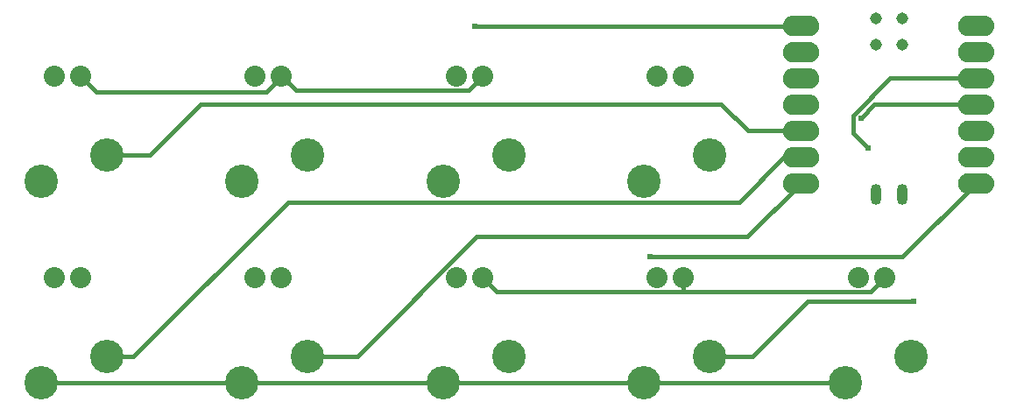
<source format=gtl>
G04 Layer: TopLayer*
G04 EasyEDA v6.5.34, 2023-09-07 19:38:45*
G04 9ee9bf4eaa3c4749808be0ecbaf77966,1ae14fa7f5aa486887b2aa5280da83c0,10*
G04 Gerber Generator version 0.2*
G04 Scale: 100 percent, Rotated: No, Reflected: No *
G04 Dimensions in millimeters *
G04 leading zeros omitted , absolute positions ,4 integer and 5 decimal *
%FSLAX45Y45*%
%MOMM*%

%ADD10C,0.4000*%
%ADD11O,1.016X2.032*%
%ADD12C,1.1430*%
%ADD13C,2.0320*%
%ADD14C,3.2258*%
%ADD15C,0.6100*%
%ADD16C,0.0194*%

%LPD*%
D10*
X4015740Y9964165D02*
G01*
X4166209Y9813696D01*
X5808370Y9813696D01*
X5958840Y9964165D01*
X9845040Y7883397D02*
G01*
X9845040Y8021065D01*
X11788140Y8021065D02*
G01*
X11650472Y7883397D01*
X9845040Y7883397D01*
X9845040Y7883397D02*
G01*
X8039608Y7883397D01*
X7901940Y8021065D01*
X7901940Y9964165D02*
G01*
X7764957Y9827183D01*
X6095822Y9827183D01*
X5958840Y9964165D01*
X11627586Y9269552D02*
G01*
X11483720Y9413417D01*
X11483720Y9586645D01*
X11843131Y9946055D01*
X12672034Y9946055D01*
X3634740Y7005065D02*
G01*
X5577840Y7005065D01*
X11407140Y7005065D02*
G01*
X9464040Y7005065D01*
X9464040Y7005065D02*
G01*
X7520940Y7005065D01*
X7520940Y7005065D02*
G01*
X5577840Y7005065D01*
X7830616Y10453624D02*
G01*
X10980445Y10453624D01*
X10980420Y9184055D02*
G01*
X10817123Y9184055D01*
X10384561Y8751493D01*
X6020765Y8751493D01*
X4528337Y7259065D01*
X4269740Y7259065D01*
X4269740Y9202165D02*
G01*
X4684268Y9202165D01*
X5178196Y9696094D01*
X10207396Y9696094D01*
X10465434Y9438055D01*
X10980420Y9438055D01*
X11557609Y9563404D02*
G01*
X11686260Y9692055D01*
X12672034Y9692055D01*
X10099040Y7259065D02*
G01*
X10513568Y7259065D01*
X11044986Y7790484D01*
X12070486Y7790484D01*
X9521063Y8218525D02*
G01*
X11961495Y8218525D01*
X12672034Y8929065D01*
X6212840Y7259065D02*
G01*
X6692290Y7259065D01*
X7846466Y8413242D01*
X10463606Y8413242D01*
X10980420Y8930055D01*
D11*
G01*
X11704700Y8821839D03*
G01*
X11959691Y8821839D03*
D12*
G01*
X11704574Y10522242D03*
G01*
X11704574Y10268242D03*
G01*
X11958574Y10268242D03*
G01*
X11958574Y10522242D03*
G36*
X12596987Y10353662D02*
G01*
X12592006Y10353786D01*
X12587036Y10354160D01*
X12582090Y10354779D01*
X12577183Y10355643D01*
X12572324Y10356753D01*
X12567526Y10358102D01*
X12562804Y10359689D01*
X12558163Y10361510D01*
X12553622Y10363560D01*
X12549187Y10365833D01*
X12544872Y10368325D01*
X12540683Y10371030D01*
X12536637Y10373939D01*
X12532740Y10377045D01*
X12529004Y10380342D01*
X12525438Y10383822D01*
X12522047Y10387477D01*
X12518844Y10391294D01*
X12515834Y10395267D01*
X12513028Y10399384D01*
X12510429Y10403636D01*
X12508047Y10408013D01*
X12505883Y10412503D01*
X12503947Y10417096D01*
X12502243Y10421780D01*
X12500775Y10426539D01*
X12499545Y10431371D01*
X12498557Y10436255D01*
X12497813Y10441183D01*
X12497318Y10446141D01*
X12497069Y10451119D01*
X12497069Y10456103D01*
X12497318Y10461081D01*
X12497813Y10466039D01*
X12498557Y10470967D01*
X12499545Y10475851D01*
X12500775Y10480682D01*
X12502243Y10485442D01*
X12503947Y10490126D01*
X12505883Y10494718D01*
X12508047Y10499209D01*
X12510429Y10503585D01*
X12513028Y10507837D01*
X12515834Y10511955D01*
X12518844Y10515927D01*
X12522047Y10519745D01*
X12525438Y10523400D01*
X12529004Y10526880D01*
X12532740Y10530177D01*
X12536637Y10533283D01*
X12540683Y10536191D01*
X12544872Y10538896D01*
X12549187Y10541388D01*
X12553622Y10543661D01*
X12558163Y10545711D01*
X12562804Y10547532D01*
X12567526Y10549120D01*
X12572324Y10550469D01*
X12577183Y10551579D01*
X12582090Y10552442D01*
X12587036Y10553062D01*
X12592006Y10553435D01*
X12596987Y10553560D01*
X12747091Y10553560D01*
X12752072Y10553435D01*
X12757043Y10553062D01*
X12761988Y10552442D01*
X12766895Y10551579D01*
X12771754Y10550469D01*
X12776553Y10549120D01*
X12781274Y10547532D01*
X12785915Y10545711D01*
X12790457Y10543661D01*
X12794891Y10541388D01*
X12799207Y10538896D01*
X12803395Y10536191D01*
X12807441Y10533283D01*
X12811338Y10530177D01*
X12815074Y10526880D01*
X12818640Y10523400D01*
X12822031Y10519745D01*
X12825234Y10515927D01*
X12828244Y10511955D01*
X12831051Y10507837D01*
X12833649Y10503585D01*
X12836032Y10499209D01*
X12838196Y10494718D01*
X12840131Y10490126D01*
X12841836Y10485442D01*
X12843304Y10480682D01*
X12844533Y10475851D01*
X12845521Y10470967D01*
X12846265Y10466039D01*
X12846761Y10461081D01*
X12847010Y10456103D01*
X12847010Y10451119D01*
X12846761Y10446141D01*
X12846265Y10441183D01*
X12845521Y10436255D01*
X12844533Y10431371D01*
X12843304Y10426539D01*
X12841836Y10421780D01*
X12840131Y10417096D01*
X12838196Y10412503D01*
X12836032Y10408013D01*
X12833649Y10403636D01*
X12831051Y10399384D01*
X12828244Y10395267D01*
X12825234Y10391294D01*
X12822031Y10387477D01*
X12818640Y10383822D01*
X12815074Y10380342D01*
X12811338Y10377045D01*
X12807441Y10373939D01*
X12803395Y10371030D01*
X12799207Y10368325D01*
X12794891Y10365833D01*
X12790457Y10363560D01*
X12785915Y10361510D01*
X12781274Y10359689D01*
X12776553Y10358102D01*
X12771754Y10356753D01*
X12766895Y10355643D01*
X12761988Y10354779D01*
X12757043Y10354160D01*
X12752072Y10353786D01*
X12747091Y10353662D01*
G37*
G36*
X10905388Y10353662D02*
G01*
X10900407Y10353786D01*
X10895436Y10354160D01*
X10890491Y10354779D01*
X10885584Y10355643D01*
X10880725Y10356753D01*
X10875926Y10358102D01*
X10871205Y10359689D01*
X10866564Y10361510D01*
X10862022Y10363560D01*
X10857588Y10365833D01*
X10853272Y10368325D01*
X10849084Y10371030D01*
X10845038Y10373939D01*
X10841141Y10377045D01*
X10837405Y10380342D01*
X10833839Y10383822D01*
X10830448Y10387477D01*
X10827245Y10391294D01*
X10824235Y10395267D01*
X10821428Y10399384D01*
X10818830Y10403636D01*
X10816447Y10408013D01*
X10814283Y10412503D01*
X10812348Y10417096D01*
X10810643Y10421780D01*
X10809175Y10426539D01*
X10807946Y10431371D01*
X10806958Y10436255D01*
X10806214Y10441183D01*
X10805718Y10446141D01*
X10805469Y10451119D01*
X10805469Y10456103D01*
X10805718Y10461081D01*
X10806214Y10466039D01*
X10806958Y10470967D01*
X10807946Y10475851D01*
X10809175Y10480682D01*
X10810643Y10485442D01*
X10812348Y10490126D01*
X10814283Y10494718D01*
X10816447Y10499209D01*
X10818830Y10503585D01*
X10821428Y10507837D01*
X10824235Y10511955D01*
X10827245Y10515927D01*
X10830448Y10519745D01*
X10833839Y10523400D01*
X10837405Y10526880D01*
X10841141Y10530177D01*
X10845038Y10533283D01*
X10849084Y10536191D01*
X10853272Y10538896D01*
X10857588Y10541388D01*
X10862022Y10543661D01*
X10866564Y10545711D01*
X10871205Y10547532D01*
X10875926Y10549120D01*
X10880725Y10550469D01*
X10885584Y10551579D01*
X10890491Y10552442D01*
X10895436Y10553062D01*
X10900407Y10553435D01*
X10905388Y10553560D01*
X11055492Y10553560D01*
X11060473Y10553435D01*
X11065443Y10553062D01*
X11070389Y10552442D01*
X11075296Y10551579D01*
X11080155Y10550469D01*
X11084953Y10549120D01*
X11089675Y10547532D01*
X11094316Y10545711D01*
X11098857Y10543661D01*
X11103292Y10541388D01*
X11107607Y10538896D01*
X11111796Y10536191D01*
X11115842Y10533283D01*
X11119738Y10530177D01*
X11123475Y10526880D01*
X11127041Y10523400D01*
X11130432Y10519745D01*
X11133635Y10515927D01*
X11136645Y10511955D01*
X11139451Y10507837D01*
X11142050Y10503585D01*
X11144432Y10499209D01*
X11146596Y10494718D01*
X11148532Y10490126D01*
X11150236Y10485442D01*
X11151704Y10480682D01*
X11152934Y10475851D01*
X11153922Y10470967D01*
X11154666Y10466039D01*
X11155161Y10461081D01*
X11155410Y10456103D01*
X11155410Y10451119D01*
X11155161Y10446141D01*
X11154666Y10441183D01*
X11153922Y10436255D01*
X11152934Y10431371D01*
X11151704Y10426539D01*
X11150236Y10421780D01*
X11148532Y10417096D01*
X11146596Y10412503D01*
X11144432Y10408013D01*
X11142050Y10403636D01*
X11139451Y10399384D01*
X11136645Y10395267D01*
X11133635Y10391294D01*
X11130432Y10387477D01*
X11127041Y10383822D01*
X11123475Y10380342D01*
X11119738Y10377045D01*
X11115842Y10373939D01*
X11111796Y10371030D01*
X11107607Y10368325D01*
X11103292Y10365833D01*
X11098857Y10363560D01*
X11094316Y10361510D01*
X11089675Y10359689D01*
X11084953Y10358102D01*
X11080155Y10356753D01*
X11075296Y10355643D01*
X11070389Y10354779D01*
X11065443Y10354160D01*
X11060473Y10353786D01*
X11055492Y10353662D01*
G37*
G36*
X10905370Y10099090D02*
G01*
X10900392Y10099210D01*
X10895418Y10099598D01*
X10890473Y10100198D01*
X10885568Y10101071D01*
X10880707Y10102179D01*
X10875911Y10103533D01*
X10871189Y10105120D01*
X10866546Y10106936D01*
X10862007Y10108986D01*
X10857570Y10111259D01*
X10853252Y10113749D01*
X10849066Y10116461D01*
X10845017Y10119362D01*
X10841123Y10122468D01*
X10837390Y10125781D01*
X10833818Y10129253D01*
X10830427Y10132913D01*
X10827230Y10136728D01*
X10824215Y10140690D01*
X10821410Y10144808D01*
X10818812Y10149062D01*
X10816432Y10153436D01*
X10814268Y10157924D01*
X10812330Y10162522D01*
X10810623Y10167203D01*
X10809155Y10171965D01*
X10807928Y10176791D01*
X10806940Y10181686D01*
X10806198Y10186609D01*
X10805701Y10191559D01*
X10805449Y10196550D01*
X10805449Y10201523D01*
X10805701Y10206509D01*
X10806198Y10211460D01*
X10806940Y10216393D01*
X10807928Y10221282D01*
X10809155Y10226113D01*
X10810623Y10230876D01*
X10812330Y10235552D01*
X10814268Y10240144D01*
X10816432Y10244637D01*
X10818812Y10249011D01*
X10821410Y10253266D01*
X10824215Y10257383D01*
X10827230Y10261358D01*
X10830427Y10265178D01*
X10833818Y10268826D01*
X10837390Y10272311D01*
X10841123Y10275605D01*
X10845017Y10278711D01*
X10849066Y10281612D01*
X10853252Y10284325D01*
X10857570Y10286809D01*
X10862007Y10289087D01*
X10866546Y10291137D01*
X10871189Y10292953D01*
X10875911Y10294541D01*
X10880707Y10295895D01*
X10885568Y10297002D01*
X10890473Y10297871D01*
X10895418Y10298493D01*
X10900392Y10298864D01*
X10905370Y10298988D01*
X11055477Y10298988D01*
X11060455Y10298864D01*
X11065423Y10298493D01*
X11070369Y10297871D01*
X11075278Y10297002D01*
X11080140Y10295895D01*
X11084935Y10294541D01*
X11089657Y10292953D01*
X11094295Y10291137D01*
X11098847Y10289087D01*
X11103272Y10286809D01*
X11107590Y10284325D01*
X11111781Y10281612D01*
X11115824Y10278711D01*
X11119718Y10275605D01*
X11123465Y10272311D01*
X11127021Y10268826D01*
X11130414Y10265178D01*
X11133617Y10261358D01*
X11136627Y10257383D01*
X11139436Y10253266D01*
X11142035Y10249011D01*
X11144415Y10244637D01*
X11146579Y10240144D01*
X11148517Y10235552D01*
X11150224Y10230876D01*
X11151684Y10226113D01*
X11152919Y10221282D01*
X11153907Y10216393D01*
X11154648Y10211460D01*
X11155146Y10206509D01*
X11155390Y10201523D01*
X11155390Y10196550D01*
X11155146Y10191559D01*
X11154648Y10186609D01*
X11153907Y10181686D01*
X11152919Y10176791D01*
X11151684Y10171965D01*
X11150224Y10167203D01*
X11148517Y10162522D01*
X11146579Y10157924D01*
X11144415Y10153436D01*
X11142035Y10149062D01*
X11139436Y10144808D01*
X11136627Y10140690D01*
X11133617Y10136728D01*
X11130414Y10132913D01*
X11127021Y10129253D01*
X11123465Y10125781D01*
X11119718Y10122468D01*
X11115824Y10119362D01*
X11111781Y10116461D01*
X11107590Y10113749D01*
X11103272Y10111259D01*
X11098847Y10108986D01*
X11094295Y10106936D01*
X11089657Y10105120D01*
X11084935Y10103533D01*
X11080140Y10102179D01*
X11075278Y10101071D01*
X11070369Y10100198D01*
X11065423Y10099598D01*
X11060455Y10099210D01*
X11055477Y10099090D01*
G37*
G36*
X10905370Y9846091D02*
G01*
X10900387Y9846210D01*
X10895416Y9846599D01*
X10890468Y9847199D01*
X10885566Y9848072D01*
X10880707Y9849180D01*
X10875906Y9850534D01*
X10871187Y9852121D01*
X10866541Y9853937D01*
X10862005Y9855987D01*
X10857567Y9858260D01*
X10853247Y9860749D01*
X10849061Y9863462D01*
X10845012Y9866363D01*
X10841118Y9869469D01*
X10837387Y9872781D01*
X10833818Y9876254D01*
X10830422Y9879914D01*
X10827224Y9883729D01*
X10824209Y9887691D01*
X10821405Y9891809D01*
X10818807Y9896063D01*
X10816429Y9900437D01*
X10814265Y9904925D01*
X10812330Y9909522D01*
X10810618Y9914204D01*
X10809155Y9918966D01*
X10807923Y9923792D01*
X10806935Y9928687D01*
X10806193Y9933609D01*
X10805701Y9938560D01*
X10805449Y9943551D01*
X10805449Y9948524D01*
X10805701Y9953510D01*
X10806193Y9958461D01*
X10806935Y9963393D01*
X10807923Y9968283D01*
X10809155Y9973114D01*
X10810618Y9977876D01*
X10812330Y9982553D01*
X10814265Y9987145D01*
X10816429Y9991638D01*
X10818807Y9996012D01*
X10821405Y10000267D01*
X10824209Y10004384D01*
X10827224Y10008359D01*
X10830422Y10012179D01*
X10833818Y10015827D01*
X10837387Y10019311D01*
X10841118Y10022606D01*
X10845012Y10025712D01*
X10849061Y10028613D01*
X10853247Y10031326D01*
X10857567Y10033810D01*
X10862005Y10036088D01*
X10866541Y10038138D01*
X10871187Y10039954D01*
X10875906Y10041542D01*
X10880707Y10042895D01*
X10885566Y10044003D01*
X10890468Y10044871D01*
X10895416Y10045494D01*
X10900387Y10045865D01*
X10905370Y10045989D01*
X11055474Y10045989D01*
X11060450Y10045865D01*
X11065418Y10045494D01*
X11070363Y10044871D01*
X11075278Y10044003D01*
X11080137Y10042895D01*
X11084930Y10041542D01*
X11089657Y10039954D01*
X11094290Y10038138D01*
X11098844Y10036088D01*
X11103267Y10033810D01*
X11107587Y10031326D01*
X11111776Y10028613D01*
X11115822Y10025712D01*
X11119713Y10022606D01*
X11123462Y10019311D01*
X11127021Y10015827D01*
X11130412Y10012179D01*
X11133612Y10008359D01*
X11136622Y10004384D01*
X11139431Y10000267D01*
X11142030Y9996012D01*
X11144415Y9991638D01*
X11146579Y9987145D01*
X11148514Y9982553D01*
X11150221Y9977876D01*
X11151684Y9973114D01*
X11152913Y9968283D01*
X11153902Y9963393D01*
X11154643Y9958461D01*
X11155144Y9953510D01*
X11155390Y9948524D01*
X11155390Y9943551D01*
X11155144Y9938560D01*
X11154643Y9933609D01*
X11153902Y9928687D01*
X11152913Y9923792D01*
X11151684Y9918966D01*
X11150221Y9914204D01*
X11148514Y9909522D01*
X11146579Y9904925D01*
X11144415Y9900437D01*
X11142030Y9896063D01*
X11139431Y9891809D01*
X11136622Y9887691D01*
X11133612Y9883729D01*
X11130412Y9879914D01*
X11127021Y9876254D01*
X11123462Y9872781D01*
X11119713Y9869469D01*
X11115822Y9866363D01*
X11111776Y9863462D01*
X11107587Y9860749D01*
X11103267Y9858260D01*
X11098844Y9855987D01*
X11094290Y9853937D01*
X11089657Y9852121D01*
X11084930Y9850534D01*
X11080137Y9849180D01*
X11075278Y9848072D01*
X11070363Y9847199D01*
X11065418Y9846599D01*
X11060450Y9846210D01*
X11055474Y9846091D01*
G37*
G36*
X10905370Y9592089D02*
G01*
X10900392Y9592210D01*
X10895416Y9592599D01*
X10890470Y9593199D01*
X10885566Y9594072D01*
X10880707Y9595180D01*
X10875911Y9596534D01*
X10871187Y9598121D01*
X10866544Y9599935D01*
X10862005Y9601987D01*
X10857567Y9604258D01*
X10853252Y9606749D01*
X10849066Y9609460D01*
X10845017Y9612363D01*
X10841121Y9615469D01*
X10837387Y9618781D01*
X10833818Y9622251D01*
X10830427Y9625914D01*
X10827230Y9629726D01*
X10824215Y9633691D01*
X10821410Y9637809D01*
X10818812Y9642060D01*
X10816429Y9646437D01*
X10814265Y9650925D01*
X10812330Y9655520D01*
X10810623Y9660204D01*
X10809155Y9664966D01*
X10807928Y9669792D01*
X10806940Y9674684D01*
X10806196Y9679607D01*
X10805701Y9684560D01*
X10805449Y9689551D01*
X10805449Y9694524D01*
X10805701Y9699508D01*
X10806196Y9704461D01*
X10806940Y9709393D01*
X10807928Y9714280D01*
X10809155Y9719111D01*
X10810623Y9723874D01*
X10812330Y9728553D01*
X10814265Y9733142D01*
X10816429Y9737638D01*
X10818812Y9742012D01*
X10821410Y9746267D01*
X10824215Y9750384D01*
X10827230Y9754356D01*
X10830427Y9758177D01*
X10833818Y9761827D01*
X10837387Y9765309D01*
X10841121Y9768606D01*
X10845017Y9771712D01*
X10849066Y9774613D01*
X10853252Y9777326D01*
X10857567Y9779810D01*
X10862005Y9782088D01*
X10866544Y9784138D01*
X10871187Y9785954D01*
X10875911Y9787542D01*
X10880707Y9788893D01*
X10885566Y9790003D01*
X10890470Y9790869D01*
X10895416Y9791491D01*
X10900392Y9791865D01*
X10905370Y9791989D01*
X11055474Y9791989D01*
X11060455Y9791865D01*
X11065423Y9791491D01*
X11070369Y9790869D01*
X11075278Y9790003D01*
X11080137Y9788893D01*
X11084935Y9787542D01*
X11089657Y9785954D01*
X11094293Y9784138D01*
X11098844Y9782088D01*
X11103272Y9779810D01*
X11107587Y9777326D01*
X11111778Y9774613D01*
X11115822Y9771712D01*
X11119716Y9768606D01*
X11123462Y9765309D01*
X11127021Y9761827D01*
X11130412Y9758177D01*
X11133617Y9754356D01*
X11136624Y9750384D01*
X11139436Y9746267D01*
X11142032Y9742012D01*
X11144415Y9737638D01*
X11146579Y9733142D01*
X11148514Y9728553D01*
X11150221Y9723874D01*
X11151684Y9719111D01*
X11152919Y9714280D01*
X11153904Y9709393D01*
X11154648Y9704461D01*
X11155144Y9699508D01*
X11155390Y9694524D01*
X11155390Y9689551D01*
X11155144Y9684560D01*
X11154648Y9679607D01*
X11153904Y9674684D01*
X11152919Y9669792D01*
X11151684Y9664966D01*
X11150221Y9660204D01*
X11148514Y9655520D01*
X11146579Y9650925D01*
X11144415Y9646437D01*
X11142032Y9642060D01*
X11139436Y9637809D01*
X11136624Y9633691D01*
X11133617Y9629726D01*
X11130412Y9625914D01*
X11127021Y9622251D01*
X11123462Y9618781D01*
X11119716Y9615469D01*
X11115822Y9612363D01*
X11111778Y9609460D01*
X11107587Y9606749D01*
X11103272Y9604258D01*
X11098844Y9601987D01*
X11094293Y9599935D01*
X11089657Y9598121D01*
X11084935Y9596534D01*
X11080137Y9595180D01*
X11075278Y9594072D01*
X11070369Y9593199D01*
X11065423Y9592599D01*
X11060455Y9592210D01*
X11055474Y9592089D01*
G37*
G36*
X10905365Y9338091D02*
G01*
X10900387Y9338210D01*
X10895411Y9338599D01*
X10890465Y9339199D01*
X10885561Y9340072D01*
X10880702Y9341180D01*
X10875906Y9342534D01*
X10871182Y9344121D01*
X10866539Y9345937D01*
X10862000Y9347987D01*
X10857562Y9350260D01*
X10853247Y9352749D01*
X10849061Y9355462D01*
X10845012Y9358363D01*
X10841116Y9361469D01*
X10837382Y9364781D01*
X10833813Y9368254D01*
X10830422Y9371914D01*
X10827224Y9375729D01*
X10824209Y9379691D01*
X10821405Y9383809D01*
X10818807Y9388063D01*
X10816424Y9392437D01*
X10814260Y9396925D01*
X10812325Y9401522D01*
X10810618Y9406204D01*
X10809150Y9410966D01*
X10807923Y9415792D01*
X10806935Y9420687D01*
X10806191Y9425609D01*
X10805695Y9430560D01*
X10805444Y9435551D01*
X10805444Y9440524D01*
X10805695Y9445510D01*
X10806191Y9450461D01*
X10806935Y9455393D01*
X10807923Y9460283D01*
X10809150Y9465114D01*
X10810618Y9469876D01*
X10812325Y9474553D01*
X10814260Y9479145D01*
X10816424Y9483638D01*
X10818807Y9488012D01*
X10821405Y9492267D01*
X10824209Y9496384D01*
X10827224Y9500359D01*
X10830422Y9504179D01*
X10833813Y9507827D01*
X10837382Y9511311D01*
X10841116Y9514606D01*
X10845012Y9517712D01*
X10849061Y9520613D01*
X10853247Y9523326D01*
X10857562Y9525810D01*
X10862000Y9528088D01*
X10866539Y9530138D01*
X10871182Y9531954D01*
X10875906Y9533542D01*
X10880702Y9534895D01*
X10885561Y9536003D01*
X10890465Y9536871D01*
X10895411Y9537494D01*
X10900387Y9537865D01*
X10905365Y9537989D01*
X11055469Y9537989D01*
X11060450Y9537865D01*
X11065418Y9537494D01*
X11070363Y9536871D01*
X11075273Y9536003D01*
X11080132Y9534895D01*
X11084930Y9533542D01*
X11089652Y9531954D01*
X11094288Y9530138D01*
X11098839Y9528088D01*
X11103267Y9525810D01*
X11107582Y9523326D01*
X11111773Y9520613D01*
X11115817Y9517712D01*
X11119711Y9514606D01*
X11123457Y9511311D01*
X11127016Y9507827D01*
X11130406Y9504179D01*
X11133612Y9500359D01*
X11136619Y9496384D01*
X11139431Y9492267D01*
X11142027Y9488012D01*
X11144410Y9483638D01*
X11146574Y9479145D01*
X11148509Y9474553D01*
X11150216Y9469876D01*
X11151679Y9465114D01*
X11152913Y9460283D01*
X11153899Y9455393D01*
X11154643Y9450461D01*
X11155138Y9445510D01*
X11155385Y9440524D01*
X11155385Y9435551D01*
X11155138Y9430560D01*
X11154643Y9425609D01*
X11153899Y9420687D01*
X11152913Y9415792D01*
X11151679Y9410966D01*
X11150216Y9406204D01*
X11148509Y9401522D01*
X11146574Y9396925D01*
X11144410Y9392437D01*
X11142027Y9388063D01*
X11139431Y9383809D01*
X11136619Y9379691D01*
X11133612Y9375729D01*
X11130406Y9371914D01*
X11127016Y9368254D01*
X11123457Y9364781D01*
X11119711Y9361469D01*
X11115817Y9358363D01*
X11111773Y9355462D01*
X11107582Y9352749D01*
X11103267Y9350260D01*
X11098839Y9347987D01*
X11094288Y9345937D01*
X11089652Y9344121D01*
X11084930Y9342534D01*
X11080132Y9341180D01*
X11075273Y9340072D01*
X11070363Y9339199D01*
X11065418Y9338599D01*
X11060450Y9338210D01*
X11055469Y9338091D01*
G37*
G36*
X10905365Y9084091D02*
G01*
X10900389Y9084210D01*
X10895406Y9084599D01*
X10890468Y9085199D01*
X10885556Y9086072D01*
X10880702Y9087180D01*
X10875909Y9088534D01*
X10871177Y9090121D01*
X10866544Y9091937D01*
X10862000Y9093987D01*
X10857557Y9096260D01*
X10853252Y9098749D01*
X10849066Y9101462D01*
X10845017Y9104363D01*
X10841121Y9107469D01*
X10837382Y9110781D01*
X10833813Y9114254D01*
X10830427Y9117914D01*
X10827230Y9121729D01*
X10824212Y9125691D01*
X10821410Y9129809D01*
X10818812Y9134063D01*
X10816419Y9138437D01*
X10814260Y9142925D01*
X10812325Y9147522D01*
X10810623Y9152204D01*
X10809150Y9156966D01*
X10807928Y9161792D01*
X10806940Y9166687D01*
X10806196Y9171609D01*
X10805701Y9176560D01*
X10805444Y9181551D01*
X10805444Y9186524D01*
X10805701Y9191510D01*
X10806196Y9196461D01*
X10806940Y9201393D01*
X10807928Y9206283D01*
X10809150Y9211114D01*
X10810623Y9215876D01*
X10812325Y9220553D01*
X10814260Y9225145D01*
X10816419Y9229638D01*
X10818812Y9234012D01*
X10821410Y9238267D01*
X10824212Y9242384D01*
X10827230Y9246359D01*
X10830427Y9250179D01*
X10833813Y9253827D01*
X10837382Y9257311D01*
X10841121Y9260606D01*
X10845017Y9263712D01*
X10849066Y9266613D01*
X10853252Y9269326D01*
X10857557Y9271810D01*
X10862000Y9274088D01*
X10866544Y9276138D01*
X10871177Y9277954D01*
X10875909Y9279542D01*
X10880702Y9280895D01*
X10885556Y9282003D01*
X10890468Y9282871D01*
X10895406Y9283494D01*
X10900389Y9283865D01*
X10905365Y9283989D01*
X11055464Y9283989D01*
X11060455Y9283865D01*
X11065421Y9283494D01*
X11070366Y9282871D01*
X11075273Y9282003D01*
X11080132Y9280895D01*
X11084935Y9279542D01*
X11089657Y9277954D01*
X11094293Y9276138D01*
X11098834Y9274088D01*
X11103272Y9271810D01*
X11107577Y9269326D01*
X11111778Y9266613D01*
X11115817Y9263712D01*
X11119716Y9260606D01*
X11123452Y9257311D01*
X11127021Y9253827D01*
X11130401Y9250179D01*
X11133617Y9246359D01*
X11136622Y9242384D01*
X11139434Y9238267D01*
X11142032Y9234012D01*
X11144415Y9229638D01*
X11146574Y9225145D01*
X11148509Y9220553D01*
X11150211Y9215876D01*
X11151684Y9211114D01*
X11152916Y9206283D01*
X11153904Y9201393D01*
X11154648Y9196461D01*
X11155133Y9191510D01*
X11155385Y9186524D01*
X11155385Y9181551D01*
X11155133Y9176560D01*
X11154648Y9171609D01*
X11153904Y9166687D01*
X11152916Y9161792D01*
X11151684Y9156966D01*
X11150211Y9152204D01*
X11148509Y9147522D01*
X11146574Y9142925D01*
X11144415Y9138437D01*
X11142032Y9134063D01*
X11139434Y9129809D01*
X11136622Y9125691D01*
X11133617Y9121729D01*
X11130401Y9117914D01*
X11127021Y9114254D01*
X11123452Y9110781D01*
X11119716Y9107469D01*
X11115817Y9104363D01*
X11111778Y9101462D01*
X11107577Y9098749D01*
X11103272Y9096260D01*
X11098834Y9093987D01*
X11094293Y9091937D01*
X11089657Y9090121D01*
X11084935Y9088534D01*
X11080132Y9087180D01*
X11075273Y9086072D01*
X11070366Y9085199D01*
X11065421Y9084599D01*
X11060455Y9084210D01*
X11055464Y9084091D01*
G37*
G36*
X10905365Y8830096D02*
G01*
X10900389Y8830213D01*
X10895406Y8830604D01*
X10890470Y8831201D01*
X10885556Y8832077D01*
X10880702Y8833182D01*
X10875909Y8834539D01*
X10871177Y8836126D01*
X10866544Y8837942D01*
X10862000Y8839992D01*
X10857557Y8842263D01*
X10853249Y8844754D01*
X10849066Y8847467D01*
X10845017Y8850368D01*
X10841121Y8853472D01*
X10837382Y8856786D01*
X10833813Y8860259D01*
X10830425Y8863919D01*
X10827227Y8867731D01*
X10824212Y8871694D01*
X10821408Y8875814D01*
X10818812Y8880068D01*
X10816419Y8884442D01*
X10814260Y8888928D01*
X10812325Y8893528D01*
X10810623Y8898206D01*
X10809150Y8902969D01*
X10807926Y8907795D01*
X10806940Y8912689D01*
X10806196Y8917612D01*
X10805701Y8922565D01*
X10805444Y8927556D01*
X10805444Y8932527D01*
X10805701Y8937513D01*
X10806196Y8942466D01*
X10806940Y8947396D01*
X10807926Y8952288D01*
X10809150Y8957116D01*
X10810623Y8961879D01*
X10812325Y8966555D01*
X10814260Y8971145D01*
X10816419Y8975641D01*
X10818812Y8980015D01*
X10821408Y8984269D01*
X10824212Y8988386D01*
X10827227Y8992362D01*
X10830425Y8996182D01*
X10833813Y8999829D01*
X10837382Y9003314D01*
X10841121Y9006608D01*
X10845017Y9009715D01*
X10849066Y9012615D01*
X10853249Y9015328D01*
X10857557Y9017815D01*
X10862000Y9020091D01*
X10866544Y9022140D01*
X10871177Y9023957D01*
X10875909Y9025544D01*
X10880702Y9026900D01*
X10885556Y9028005D01*
X10890470Y9028874D01*
X10895406Y9029496D01*
X10900389Y9029870D01*
X10905365Y9029992D01*
X11055464Y9029992D01*
X11060452Y9029870D01*
X11065421Y9029496D01*
X11070366Y9028874D01*
X11075273Y9028005D01*
X11080132Y9026900D01*
X11084933Y9025544D01*
X11089657Y9023957D01*
X11094293Y9022140D01*
X11098834Y9020091D01*
X11103269Y9017815D01*
X11107577Y9015328D01*
X11111778Y9012615D01*
X11115817Y9009715D01*
X11119716Y9006608D01*
X11123452Y9003314D01*
X11127021Y8999829D01*
X11130401Y8996182D01*
X11133615Y8992362D01*
X11136622Y8988386D01*
X11139434Y8984269D01*
X11142032Y8980015D01*
X11144415Y8975641D01*
X11146574Y8971145D01*
X11148509Y8966555D01*
X11150211Y8961879D01*
X11151684Y8957116D01*
X11152916Y8952288D01*
X11153904Y8947396D01*
X11154648Y8942466D01*
X11155133Y8937513D01*
X11155385Y8932527D01*
X11155385Y8927556D01*
X11155133Y8922565D01*
X11154648Y8917612D01*
X11153904Y8912689D01*
X11152916Y8907795D01*
X11151684Y8902969D01*
X11150211Y8898206D01*
X11148509Y8893528D01*
X11146574Y8888928D01*
X11144415Y8884442D01*
X11142032Y8880068D01*
X11139434Y8875814D01*
X11136622Y8871694D01*
X11133615Y8867731D01*
X11130401Y8863919D01*
X11127021Y8860259D01*
X11123452Y8856786D01*
X11119716Y8853472D01*
X11115817Y8850368D01*
X11111778Y8847467D01*
X11107577Y8844754D01*
X11103269Y8842263D01*
X11098834Y8839992D01*
X11094293Y8837942D01*
X11089657Y8836126D01*
X11084933Y8834539D01*
X11080132Y8833182D01*
X11075273Y8832077D01*
X11070366Y8831201D01*
X11065421Y8830604D01*
X11060452Y8830213D01*
X11055464Y8830096D01*
G37*
G36*
X12747089Y10100096D02*
G01*
X12752072Y10100210D01*
X12757048Y10100612D01*
X12761983Y10101199D01*
X12766893Y10102085D01*
X12771747Y10103180D01*
X12776545Y10104546D01*
X12781272Y10106134D01*
X12785910Y10107942D01*
X12790454Y10110000D01*
X12794891Y10112265D01*
X12799207Y10114762D01*
X12803383Y10117467D01*
X12807431Y10120376D01*
X12811333Y10123469D01*
X12815072Y10126794D01*
X12818635Y10130259D01*
X12822029Y10133926D01*
X12825229Y10137734D01*
X12828242Y10141691D01*
X12831048Y10145821D01*
X12833637Y10150068D01*
X12836029Y10154450D01*
X12838193Y10158925D01*
X12840124Y10163528D01*
X12841825Y10168211D01*
X12843299Y10172974D01*
X12844531Y10177792D01*
X12845508Y10182692D01*
X12846258Y10187614D01*
X12846748Y10192572D01*
X12847005Y10197556D01*
X12847005Y10202524D01*
X12846748Y10207515D01*
X12846258Y10212473D01*
X12845508Y10217401D01*
X12844531Y10222288D01*
X12843299Y10227119D01*
X12841825Y10231881D01*
X12840124Y10236553D01*
X12838193Y10241150D01*
X12836029Y10245638D01*
X12833637Y10250012D01*
X12831048Y10254267D01*
X12828242Y10258384D01*
X12825229Y10262364D01*
X12822029Y10266184D01*
X12818635Y10269834D01*
X12815072Y10273317D01*
X12811333Y10276606D01*
X12807431Y10279712D01*
X12803383Y10282613D01*
X12799207Y10285326D01*
X12794891Y10287822D01*
X12790454Y10290088D01*
X12785910Y10292138D01*
X12781272Y10293954D01*
X12776545Y10295542D01*
X12771747Y10296900D01*
X12766893Y10298003D01*
X12761983Y10298877D01*
X12757048Y10299499D01*
X12752072Y10299877D01*
X12747089Y10299997D01*
X12597000Y10299997D01*
X12592011Y10299877D01*
X12587043Y10299499D01*
X12582098Y10298877D01*
X12577198Y10298003D01*
X12572329Y10296900D01*
X12567536Y10295542D01*
X12562806Y10293954D01*
X12558171Y10292138D01*
X12553637Y10290088D01*
X12549195Y10287822D01*
X12544889Y10285326D01*
X12540686Y10282613D01*
X12536655Y10279712D01*
X12532748Y10276606D01*
X12529014Y10273317D01*
X12525451Y10269834D01*
X12522070Y10266184D01*
X12518849Y10262364D01*
X12515844Y10258384D01*
X12513035Y10254267D01*
X12510432Y10250012D01*
X12508057Y10245638D01*
X12505898Y10241150D01*
X12503957Y10236553D01*
X12502255Y10231881D01*
X12500782Y10227119D01*
X12499548Y10222288D01*
X12498565Y10217401D01*
X12497823Y10212473D01*
X12497333Y10207515D01*
X12497081Y10202524D01*
X12497081Y10197556D01*
X12497333Y10192572D01*
X12497823Y10187614D01*
X12498565Y10182692D01*
X12499548Y10177792D01*
X12500782Y10172974D01*
X12502255Y10168211D01*
X12503957Y10163528D01*
X12505898Y10158925D01*
X12508057Y10154450D01*
X12510432Y10150068D01*
X12513035Y10145821D01*
X12515844Y10141691D01*
X12518849Y10137734D01*
X12522070Y10133926D01*
X12525451Y10130259D01*
X12529014Y10126794D01*
X12532748Y10123469D01*
X12536655Y10120376D01*
X12540686Y10117467D01*
X12544889Y10114762D01*
X12549195Y10112265D01*
X12553637Y10110000D01*
X12558171Y10107942D01*
X12562806Y10106134D01*
X12567536Y10104546D01*
X12572329Y10103180D01*
X12577198Y10102085D01*
X12582098Y10101199D01*
X12587043Y10100612D01*
X12592011Y10100210D01*
X12597000Y10100096D01*
G37*
G36*
X12747089Y9846096D02*
G01*
X12752075Y9846210D01*
X12757048Y9846612D01*
X12761981Y9847199D01*
X12766893Y9848085D01*
X12771747Y9849180D01*
X12776542Y9850546D01*
X12781272Y9852134D01*
X12785907Y9853942D01*
X12790454Y9856000D01*
X12794891Y9858265D01*
X12799207Y9860762D01*
X12803383Y9863467D01*
X12807431Y9866376D01*
X12811330Y9869469D01*
X12815072Y9872794D01*
X12818635Y9876259D01*
X12822026Y9879926D01*
X12825229Y9883734D01*
X12828239Y9887691D01*
X12831048Y9891821D01*
X12833637Y9896068D01*
X12836029Y9900450D01*
X12838193Y9904925D01*
X12840124Y9909528D01*
X12841825Y9914211D01*
X12843299Y9918974D01*
X12844531Y9923792D01*
X12845508Y9928692D01*
X12846255Y9933614D01*
X12846748Y9938572D01*
X12847005Y9943556D01*
X12847005Y9948524D01*
X12846748Y9953515D01*
X12846255Y9958473D01*
X12845508Y9963401D01*
X12844531Y9968288D01*
X12843299Y9973119D01*
X12841825Y9977881D01*
X12840124Y9982553D01*
X12838193Y9987150D01*
X12836029Y9991638D01*
X12833637Y9996012D01*
X12831048Y10000267D01*
X12828239Y10004384D01*
X12825229Y10008364D01*
X12822026Y10012184D01*
X12818635Y10015834D01*
X12815072Y10019317D01*
X12811330Y10022606D01*
X12807431Y10025712D01*
X12803383Y10028613D01*
X12799207Y10031326D01*
X12794891Y10033822D01*
X12790454Y10036088D01*
X12785907Y10038138D01*
X12781272Y10039954D01*
X12776542Y10041542D01*
X12771747Y10042900D01*
X12766893Y10044003D01*
X12761981Y10044877D01*
X12757048Y10045499D01*
X12752075Y10045877D01*
X12747089Y10045997D01*
X12597000Y10045997D01*
X12592011Y10045877D01*
X12587043Y10045499D01*
X12582098Y10044877D01*
X12577198Y10044003D01*
X12572326Y10042900D01*
X12567536Y10041542D01*
X12562806Y10039954D01*
X12558171Y10038138D01*
X12553637Y10036088D01*
X12549195Y10033822D01*
X12544887Y10031326D01*
X12540686Y10028613D01*
X12536652Y10025712D01*
X12532748Y10022606D01*
X12529012Y10019317D01*
X12525451Y10015834D01*
X12522070Y10012184D01*
X12518849Y10008364D01*
X12515844Y10004384D01*
X12513035Y10000267D01*
X12510432Y9996012D01*
X12508054Y9991638D01*
X12505898Y9987150D01*
X12503955Y9982553D01*
X12502253Y9977881D01*
X12500780Y9973119D01*
X12499548Y9968288D01*
X12498565Y9963401D01*
X12497823Y9958473D01*
X12497330Y9953515D01*
X12497079Y9948524D01*
X12497079Y9943556D01*
X12497330Y9938572D01*
X12497823Y9933614D01*
X12498565Y9928692D01*
X12499548Y9923792D01*
X12500780Y9918974D01*
X12502253Y9914211D01*
X12503955Y9909528D01*
X12505898Y9904925D01*
X12508054Y9900450D01*
X12510432Y9896068D01*
X12513035Y9891821D01*
X12515844Y9887691D01*
X12518849Y9883734D01*
X12522070Y9879926D01*
X12525451Y9876259D01*
X12529012Y9872794D01*
X12532748Y9869469D01*
X12536652Y9866376D01*
X12540686Y9863467D01*
X12544887Y9860762D01*
X12549195Y9858265D01*
X12553637Y9856000D01*
X12558171Y9853942D01*
X12562806Y9852134D01*
X12567536Y9850546D01*
X12572326Y9849180D01*
X12577198Y9848085D01*
X12582098Y9847199D01*
X12587043Y9846612D01*
X12592011Y9846210D01*
X12597000Y9846096D01*
G37*
G36*
X12747089Y9592096D02*
G01*
X12752075Y9592210D01*
X12757048Y9592612D01*
X12761981Y9593199D01*
X12766893Y9594085D01*
X12771747Y9595180D01*
X12776542Y9596546D01*
X12781272Y9598134D01*
X12785907Y9599942D01*
X12790454Y9602000D01*
X12794891Y9604265D01*
X12799207Y9606762D01*
X12803383Y9609467D01*
X12807431Y9612376D01*
X12811330Y9615469D01*
X12815072Y9618794D01*
X12818635Y9622259D01*
X12822026Y9625926D01*
X12825229Y9629734D01*
X12828239Y9633691D01*
X12831048Y9637821D01*
X12833637Y9642068D01*
X12836029Y9646450D01*
X12838193Y9650925D01*
X12840124Y9655528D01*
X12841825Y9660211D01*
X12843299Y9664974D01*
X12844531Y9669792D01*
X12845508Y9674692D01*
X12846255Y9679614D01*
X12846748Y9684572D01*
X12847005Y9689556D01*
X12847005Y9694524D01*
X12846748Y9699515D01*
X12846255Y9704473D01*
X12845508Y9709401D01*
X12844531Y9714288D01*
X12843299Y9719119D01*
X12841825Y9723881D01*
X12840124Y9728553D01*
X12838193Y9733150D01*
X12836029Y9737638D01*
X12833637Y9742012D01*
X12831048Y9746267D01*
X12828239Y9750384D01*
X12825229Y9754364D01*
X12822026Y9758184D01*
X12818635Y9761834D01*
X12815072Y9765317D01*
X12811330Y9768606D01*
X12807431Y9771712D01*
X12803383Y9774613D01*
X12799207Y9777326D01*
X12794891Y9779822D01*
X12790454Y9782088D01*
X12785907Y9784138D01*
X12781272Y9785954D01*
X12776542Y9787542D01*
X12771747Y9788900D01*
X12766893Y9790003D01*
X12761981Y9790877D01*
X12757048Y9791499D01*
X12752075Y9791877D01*
X12747089Y9791997D01*
X12597000Y9791997D01*
X12592011Y9791877D01*
X12587043Y9791499D01*
X12582098Y9790877D01*
X12577198Y9790003D01*
X12572326Y9788900D01*
X12567536Y9787542D01*
X12562806Y9785954D01*
X12558171Y9784138D01*
X12553637Y9782088D01*
X12549195Y9779822D01*
X12544887Y9777326D01*
X12540686Y9774613D01*
X12536652Y9771712D01*
X12532748Y9768606D01*
X12529012Y9765317D01*
X12525451Y9761834D01*
X12522070Y9758184D01*
X12518849Y9754364D01*
X12515844Y9750384D01*
X12513035Y9746267D01*
X12510432Y9742012D01*
X12508054Y9737638D01*
X12505898Y9733150D01*
X12503955Y9728553D01*
X12502253Y9723881D01*
X12500780Y9719119D01*
X12499548Y9714288D01*
X12498565Y9709401D01*
X12497823Y9704473D01*
X12497330Y9699515D01*
X12497079Y9694524D01*
X12497079Y9689556D01*
X12497330Y9684572D01*
X12497823Y9679614D01*
X12498565Y9674692D01*
X12499548Y9669792D01*
X12500780Y9664974D01*
X12502253Y9660211D01*
X12503955Y9655528D01*
X12505898Y9650925D01*
X12508054Y9646450D01*
X12510432Y9642068D01*
X12513035Y9637821D01*
X12515844Y9633691D01*
X12518849Y9629734D01*
X12522070Y9625926D01*
X12525451Y9622259D01*
X12529012Y9618794D01*
X12532748Y9615469D01*
X12536652Y9612376D01*
X12540686Y9609467D01*
X12544887Y9606762D01*
X12549195Y9604265D01*
X12553637Y9602000D01*
X12558171Y9599942D01*
X12562806Y9598134D01*
X12567536Y9596546D01*
X12572326Y9595180D01*
X12577198Y9594085D01*
X12582098Y9593199D01*
X12587043Y9592612D01*
X12592011Y9592210D01*
X12597000Y9592096D01*
G37*
G36*
X12747089Y9337095D02*
G01*
X12752077Y9337210D01*
X12757048Y9337614D01*
X12761983Y9338198D01*
X12766893Y9339087D01*
X12771747Y9340179D01*
X12776545Y9341548D01*
X12781272Y9343136D01*
X12785910Y9344941D01*
X12790454Y9347001D01*
X12794894Y9349265D01*
X12799209Y9351764D01*
X12803383Y9354466D01*
X12807431Y9357377D01*
X12811333Y9360468D01*
X12815072Y9363796D01*
X12818635Y9367258D01*
X12822029Y9370928D01*
X12825232Y9374733D01*
X12828242Y9378690D01*
X12831051Y9382823D01*
X12833637Y9387067D01*
X12836029Y9391451D01*
X12838193Y9395924D01*
X12840126Y9400527D01*
X12841828Y9405213D01*
X12843301Y9409976D01*
X12844533Y9414791D01*
X12845508Y9419691D01*
X12846258Y9424614D01*
X12846751Y9429574D01*
X12847005Y9434555D01*
X12847005Y9439523D01*
X12846751Y9444515D01*
X12846258Y9449475D01*
X12845508Y9454403D01*
X12844533Y9459287D01*
X12843301Y9464118D01*
X12841828Y9468881D01*
X12840126Y9473552D01*
X12838193Y9478149D01*
X12836029Y9482637D01*
X12833637Y9487011D01*
X12831051Y9491266D01*
X12828242Y9495383D01*
X12825232Y9499363D01*
X12822029Y9503183D01*
X12818635Y9506836D01*
X12815072Y9510316D01*
X12811333Y9513605D01*
X12807431Y9516711D01*
X12803383Y9519612D01*
X12799209Y9522325D01*
X12794894Y9524824D01*
X12790454Y9527087D01*
X12785910Y9529137D01*
X12781272Y9530953D01*
X12776545Y9532541D01*
X12771747Y9533900D01*
X12766893Y9535002D01*
X12761983Y9535876D01*
X12757048Y9536498D01*
X12752077Y9536879D01*
X12747089Y9536998D01*
X12597002Y9536998D01*
X12592014Y9536879D01*
X12587046Y9536498D01*
X12582098Y9535876D01*
X12577198Y9535002D01*
X12572326Y9533900D01*
X12567536Y9532541D01*
X12562809Y9530953D01*
X12558171Y9529137D01*
X12553640Y9527087D01*
X12549195Y9524824D01*
X12544889Y9522325D01*
X12540686Y9519612D01*
X12536655Y9516711D01*
X12532748Y9513605D01*
X12529014Y9510316D01*
X12525451Y9506836D01*
X12522072Y9503183D01*
X12518852Y9499363D01*
X12515847Y9495383D01*
X12513035Y9491266D01*
X12510432Y9487011D01*
X12508057Y9482637D01*
X12505898Y9478149D01*
X12503957Y9473552D01*
X12502255Y9468881D01*
X12500782Y9464118D01*
X12499548Y9459287D01*
X12498565Y9454403D01*
X12497823Y9449475D01*
X12497333Y9444515D01*
X12497081Y9439523D01*
X12497081Y9434555D01*
X12497333Y9429574D01*
X12497823Y9424614D01*
X12498565Y9419691D01*
X12499548Y9414791D01*
X12500782Y9409976D01*
X12502255Y9405213D01*
X12503957Y9400527D01*
X12505898Y9395924D01*
X12508057Y9391451D01*
X12510432Y9387067D01*
X12513035Y9382823D01*
X12515847Y9378690D01*
X12518852Y9374733D01*
X12522072Y9370928D01*
X12525451Y9367258D01*
X12529014Y9363796D01*
X12532748Y9360468D01*
X12536655Y9357377D01*
X12540686Y9354466D01*
X12544889Y9351764D01*
X12549195Y9349265D01*
X12553640Y9347001D01*
X12558171Y9344941D01*
X12562809Y9343136D01*
X12567536Y9341548D01*
X12572326Y9340179D01*
X12577198Y9339087D01*
X12582098Y9338198D01*
X12587046Y9337614D01*
X12592014Y9337210D01*
X12597002Y9337095D01*
G37*
G36*
X12747089Y9084096D02*
G01*
X12752072Y9084210D01*
X12757048Y9084614D01*
X12761981Y9085199D01*
X12766893Y9086087D01*
X12771744Y9087180D01*
X12776542Y9088549D01*
X12781269Y9090136D01*
X12785907Y9091942D01*
X12790454Y9094002D01*
X12794889Y9096265D01*
X12799207Y9098765D01*
X12803383Y9101467D01*
X12807431Y9104378D01*
X12811330Y9107469D01*
X12815072Y9110797D01*
X12818633Y9114259D01*
X12822026Y9117929D01*
X12825229Y9121734D01*
X12828239Y9125691D01*
X12831048Y9129824D01*
X12833637Y9134068D01*
X12836027Y9138452D01*
X12838193Y9142925D01*
X12840121Y9147528D01*
X12841823Y9152211D01*
X12843296Y9156974D01*
X12844531Y9161792D01*
X12845508Y9166692D01*
X12846255Y9171614D01*
X12846745Y9176575D01*
X12847005Y9181556D01*
X12847005Y9186524D01*
X12846745Y9191515D01*
X12846255Y9196476D01*
X12845508Y9201401D01*
X12844531Y9206288D01*
X12843296Y9211119D01*
X12841823Y9215881D01*
X12840121Y9220553D01*
X12838193Y9225150D01*
X12836027Y9229638D01*
X12833637Y9234012D01*
X12831048Y9238267D01*
X12828239Y9242384D01*
X12825229Y9246364D01*
X12822026Y9250184D01*
X12818633Y9253834D01*
X12815072Y9257317D01*
X12811330Y9260606D01*
X12807431Y9263712D01*
X12803383Y9266613D01*
X12799207Y9269326D01*
X12794889Y9271825D01*
X12790454Y9274088D01*
X12785907Y9276138D01*
X12781269Y9277954D01*
X12776542Y9279542D01*
X12771744Y9280900D01*
X12766893Y9282003D01*
X12761981Y9282877D01*
X12757048Y9283499D01*
X12752072Y9283880D01*
X12747089Y9283997D01*
X12597000Y9283997D01*
X12592009Y9283880D01*
X12587041Y9283499D01*
X12582095Y9282877D01*
X12577198Y9282003D01*
X12572326Y9280900D01*
X12567536Y9279542D01*
X12562806Y9277954D01*
X12558171Y9276138D01*
X12553635Y9274088D01*
X12549192Y9271825D01*
X12544887Y9269326D01*
X12540686Y9266613D01*
X12536652Y9263712D01*
X12532748Y9260606D01*
X12529012Y9257317D01*
X12525448Y9253834D01*
X12522067Y9250184D01*
X12518847Y9246364D01*
X12515844Y9242384D01*
X12513035Y9238267D01*
X12510432Y9234012D01*
X12508054Y9229638D01*
X12505895Y9225150D01*
X12503955Y9220553D01*
X12502253Y9215881D01*
X12500780Y9211119D01*
X12499545Y9206288D01*
X12498565Y9201401D01*
X12497823Y9196476D01*
X12497330Y9191515D01*
X12497079Y9186524D01*
X12497079Y9181556D01*
X12497330Y9176575D01*
X12497823Y9171614D01*
X12498565Y9166692D01*
X12499545Y9161792D01*
X12500780Y9156974D01*
X12502253Y9152211D01*
X12503955Y9147528D01*
X12505895Y9142925D01*
X12508054Y9138452D01*
X12510432Y9134068D01*
X12513035Y9129824D01*
X12515844Y9125691D01*
X12518847Y9121734D01*
X12522067Y9117929D01*
X12525448Y9114259D01*
X12529012Y9110797D01*
X12532748Y9107469D01*
X12536652Y9104378D01*
X12540686Y9101467D01*
X12544887Y9098765D01*
X12549192Y9096265D01*
X12553635Y9094002D01*
X12558171Y9091942D01*
X12562806Y9090136D01*
X12567536Y9088549D01*
X12572326Y9087180D01*
X12577198Y9086087D01*
X12582095Y9085199D01*
X12587041Y9084614D01*
X12592009Y9084210D01*
X12597000Y9084096D01*
G37*
G36*
X12747089Y8829098D02*
G01*
X12752072Y8829212D01*
X12757048Y8829619D01*
X12761981Y8830200D01*
X12766893Y8831092D01*
X12771744Y8832181D01*
X12776542Y8833553D01*
X12781269Y8835141D01*
X12785907Y8836944D01*
X12790454Y8839006D01*
X12794889Y8841267D01*
X12799207Y8843769D01*
X12803383Y8846469D01*
X12807431Y8849382D01*
X12811330Y8852471D01*
X12815072Y8855801D01*
X12818633Y8859260D01*
X12822026Y8862933D01*
X12825229Y8866736D01*
X12828239Y8870693D01*
X12831048Y8874828D01*
X12833637Y8879070D01*
X12836027Y8883456D01*
X12838193Y8887927D01*
X12840121Y8892529D01*
X12841823Y8897211D01*
X12843296Y8901973D01*
X12844531Y8906794D01*
X12845508Y8911694D01*
X12846255Y8916616D01*
X12846745Y8921579D01*
X12847005Y8926558D01*
X12847005Y8931526D01*
X12846745Y8936517D01*
X12846255Y8941480D01*
X12845508Y8946400D01*
X12844531Y8951290D01*
X12843296Y8956121D01*
X12841823Y8960883D01*
X12840121Y8965554D01*
X12838193Y8970152D01*
X12836027Y8974640D01*
X12833637Y8979014D01*
X12831048Y8983268D01*
X12828239Y8987386D01*
X12825229Y8991366D01*
X12822026Y8995186D01*
X12818633Y8998833D01*
X12815072Y9002318D01*
X12811330Y9005608D01*
X12807431Y9008714D01*
X12803383Y9011615D01*
X12799207Y9014327D01*
X12794889Y9016829D01*
X12790454Y9019090D01*
X12785907Y9021140D01*
X12781269Y9022956D01*
X12776542Y9024543D01*
X12771744Y9025902D01*
X12766893Y9027005D01*
X12761981Y9027878D01*
X12757048Y9028501D01*
X12752072Y9028884D01*
X12747089Y9028996D01*
X12597000Y9028996D01*
X12592009Y9028884D01*
X12587041Y9028501D01*
X12582095Y9027878D01*
X12577198Y9027005D01*
X12572326Y9025902D01*
X12567536Y9024543D01*
X12562806Y9022956D01*
X12558171Y9021140D01*
X12553635Y9019090D01*
X12549192Y9016829D01*
X12544887Y9014327D01*
X12540686Y9011615D01*
X12536652Y9008714D01*
X12532748Y9005608D01*
X12529012Y9002318D01*
X12525448Y8998833D01*
X12522067Y8995186D01*
X12518847Y8991366D01*
X12515844Y8987386D01*
X12513035Y8983268D01*
X12510432Y8979014D01*
X12508054Y8974640D01*
X12505895Y8970152D01*
X12503955Y8965554D01*
X12502253Y8960883D01*
X12500780Y8956121D01*
X12499545Y8951290D01*
X12498565Y8946400D01*
X12497823Y8941480D01*
X12497330Y8936517D01*
X12497079Y8931526D01*
X12497079Y8926558D01*
X12497330Y8921579D01*
X12497823Y8916616D01*
X12498565Y8911694D01*
X12499545Y8906794D01*
X12500780Y8901973D01*
X12502253Y8897211D01*
X12503955Y8892529D01*
X12505895Y8887927D01*
X12508054Y8883456D01*
X12510432Y8879070D01*
X12513035Y8874828D01*
X12515844Y8870693D01*
X12518847Y8866736D01*
X12522067Y8862933D01*
X12525448Y8859260D01*
X12529012Y8855801D01*
X12532748Y8852471D01*
X12536652Y8849382D01*
X12540686Y8846469D01*
X12544887Y8843769D01*
X12549192Y8841267D01*
X12553635Y8839006D01*
X12558171Y8836944D01*
X12562806Y8835141D01*
X12567536Y8833553D01*
X12572326Y8832181D01*
X12577198Y8831092D01*
X12582095Y8830200D01*
X12587041Y8829619D01*
X12592009Y8829212D01*
X12597000Y8829098D01*
G37*
D13*
G01*
X5958840Y8021065D03*
G01*
X5704840Y8021065D03*
D14*
G01*
X6212840Y7259065D03*
G01*
X5577840Y7005065D03*
D13*
G01*
X7901940Y8021065D03*
G01*
X7647940Y8021065D03*
D14*
G01*
X8155940Y7259065D03*
G01*
X7520940Y7005065D03*
D13*
G01*
X9845040Y8021065D03*
G01*
X9591040Y8021065D03*
D14*
G01*
X10099040Y7259065D03*
G01*
X9464040Y7005065D03*
D13*
G01*
X9845040Y9964165D03*
G01*
X9591040Y9964165D03*
D14*
G01*
X10099040Y9202165D03*
G01*
X9464040Y8948165D03*
D13*
G01*
X7901940Y9964165D03*
G01*
X7647940Y9964165D03*
D14*
G01*
X8155940Y9202165D03*
G01*
X7520940Y8948165D03*
D13*
G01*
X4015740Y8021065D03*
G01*
X3761740Y8021065D03*
D14*
G01*
X4269740Y7259065D03*
G01*
X3634740Y7005065D03*
D13*
G01*
X5958840Y9964165D03*
G01*
X5704840Y9964165D03*
D14*
G01*
X6212840Y9202165D03*
G01*
X5577840Y8948165D03*
D13*
G01*
X11788140Y8021065D03*
G01*
X11534140Y8021065D03*
D14*
G01*
X12042140Y7259065D03*
G01*
X11407140Y7005065D03*
D13*
G01*
X4015740Y9964165D03*
G01*
X3761740Y9964165D03*
D14*
G01*
X4269740Y9202165D03*
G01*
X3634740Y8948165D03*
D15*
G01*
X9521063Y8218525D03*
G01*
X12070486Y7790484D03*
G01*
X11557609Y9563404D03*
G01*
X7830616Y10453624D03*
G01*
X11627586Y9269552D03*
M02*

</source>
